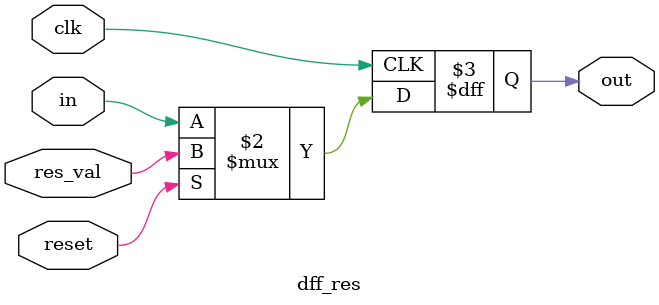
<source format=v>
/*
See Lfsr5 for explanations.

Build a 32-bit Galois LFSR with taps at bit positions 32, 22, 2, and 1.
*/


module top_module(
    input clk,
    input reset,    // Active-high synchronous reset to 32'h1
    output [31:0] q
); 

    dff_res dffs [31:0] (
        .clk({32{clk}}),
        .reset({32{reset}}),
        .res_val(32'h1),
        .in({q[0], q[31:23], q[22] ^ q[0], q[21:3], q[2] ^ q[0], q[1] ^ q[0]}),
        .out(q)
    );

endmodule



module dff_res (
    input clk,
    input reset,
    input res_val,
    input in,
    output out
);

    always @(posedge clk) begin
        out <= (reset) ? res_val : in;
    end

endmodule
</source>
